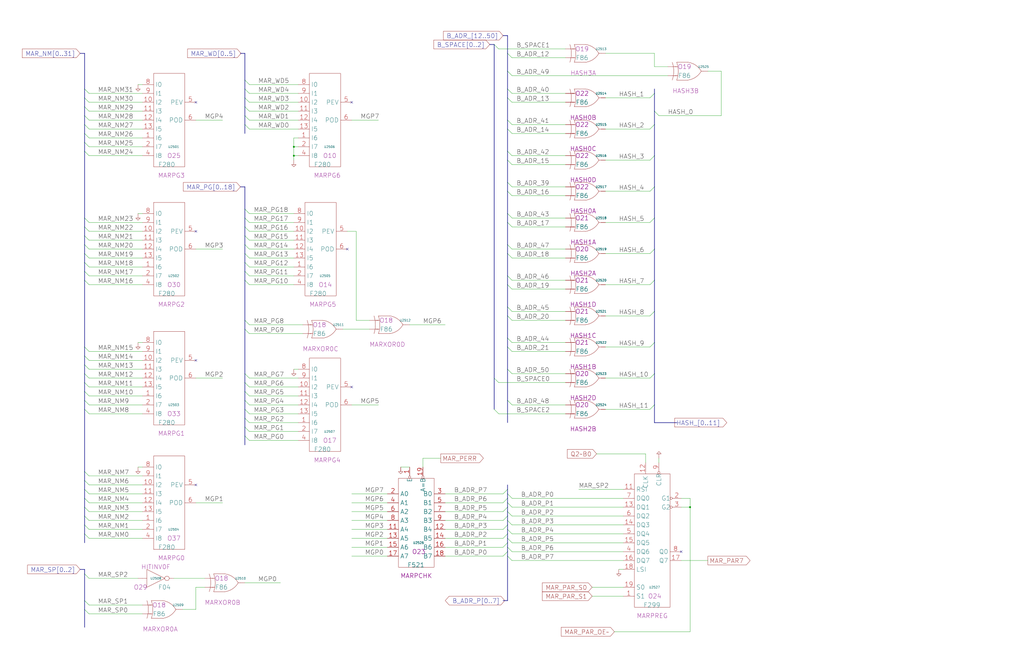
<source format=kicad_sch>
(kicad_sch (version 20250114) (generator "eeschema") (generator_version "9.0")
  (paper "User" 584.2 378.46)
  (title_block (title "ADDRESS\\nPARITY AND HASH") (date "08-MAR-90") (rev "0.0") (comment 1 "MEM32 BOARD") (comment 2 "232-003066") (comment 3 "S400") (comment 4 "RELEASED"))
  (lib_symbols
    (symbol "r1000:F04" (pin_numbers (hide yes)) (pin_names (hide yes))
      (property "Reference" "U" (at 0 0 0))
      (property "Value" "F04" (at 1.27 -5.08 0))
      (property "Location" "___" (at -12.7 -5.08 0))
      (property "Name" "______" (at 0 5.08 0))
      (symbol "F04_0_1"
        (polyline (pts (xy -7.62 0) (xy -5.08 0)) (stroke (width 0.1524)))
        (polyline (pts (xy -5.08 5.08) (xy -5.08 -5.08)) (stroke (width 0.1524)))
        (polyline (pts (xy 5.08 0) (xy -5.08 5.08)) (stroke (width 0.1524)))
        (polyline (pts (xy 5.08 0) (xy -5.08 -5.08)) (stroke (width 0.1524)))
        (circle (center 6.35 0) (radius 1.27) (stroke (width 0.1524)))
      )
      (symbol "F04_1_1"
        (pin input line (at -10.16 0 0) (length 2.54) (name "D0") (number "1"))
        (pin output line (at 10.16 0 180) (length 2.54) (name "Q") (number "2"))
      )
    )
    (symbol "r1000:F280" (pin_names (offset 1.016))
      (property "Reference" "U" (at 2.54 5.08 0))
      (property "Value" "F280" (at -6.35 -5.08 0))
      (property "Location" "___" (at -1.27 0 0))
      (property "Name" "______" (at 1.27 -12.7 0))
      (symbol "F280_1_1"
        (rectangle (start -8.89 46.99) (end 8.89 -6.35))
        (pin input line (at -15.24 40.64 0) (length 6.35) (name "I0") (number "8"))
        (pin input line (at -15.24 35.56 0) (length 6.35) (name "I1") (number "9"))
        (pin input line (at -15.24 30.48 0) (length 6.35) (name "I2") (number "10"))
        (pin input line (at -15.24 25.4 0) (length 6.35) (name "I3") (number "11"))
        (pin input line (at -15.24 20.32 0) (length 6.35) (name "I4") (number "12"))
        (pin input line (at -15.24 15.24 0) (length 6.35) (name "I5") (number "13"))
        (pin input line (at -15.24 10.16 0) (length 6.35) (name "I6") (number "1"))
        (pin input line (at -15.24 5.08 0) (length 6.35) (name "I7") (number "2"))
        (pin input line (at -15.24 0 0) (length 6.35) (name "I8") (number "4"))
        (pin output line (at 15.24 30.48 180) (length 6.35) (name "PEV") (number "5"))
        (pin output line (at 15.24 20.32 180) (length 6.35) (name "POD") (number "6"))
      )
    )
    (symbol "r1000:F299" (pin_names (offset 1.016))
      (property "Reference" "U" (at 2.54 5.08 0))
      (property "Value" "F299" (at -3.81 -5.08 0))
      (property "Location" "___" (at -1.27 0 0))
      (property "Name" "______" (at 1.27 -12.7 0))
      (symbol "F299_1_1"
        (rectangle (start -8.89 69.85) (end 11.43 -6.35))
        (circle (center 5.08 70.485) (radius 0.635))
        (circle (center 12.065 55.88) (radius 0.635))
        (circle (center 12.065 50.8) (radius 0.635))
        (pin input line (at -15.24 60.96 0) (length 6.35) (name "RSI") (number "11"))
        (pin bidirectional line (at -15.24 55.88 0) (length 6.35) (name "DQ0") (number "7"))
        (pin bidirectional line (at -15.24 50.8 0) (length 6.35) (name "DQ1") (number "13"))
        (pin bidirectional line (at -15.24 45.72 0) (length 6.35) (name "DQ2") (number "6"))
        (pin bidirectional line (at -15.24 40.64 0) (length 6.35) (name "DQ3") (number "14"))
        (pin bidirectional line (at -15.24 35.56 0) (length 6.35) (name "DQ4") (number "5"))
        (pin bidirectional line (at -15.24 30.48 0) (length 6.35) (name "DQ5") (number "15"))
        (pin bidirectional line (at -15.24 25.4 0) (length 6.35) (name "DQ6") (number "4"))
        (pin bidirectional line (at -15.24 20.32 0) (length 6.35) (name "DQ7") (number "16"))
        (pin input line (at -15.24 15.24 0) (length 6.35) (name "LSI") (number "18"))
        (pin input line (at -15.24 5.08 0) (length 6.35) (name "S0") (number "19"))
        (pin input line (at -15.24 0 0) (length 6.35) (name "S1") (number "1"))
        (pin input line (at -2.54 76.2 270) (length 6.35) (name "CLK") (number "12"))
        (pin input line (at 5.08 76.2 270) (length 5.08) (name "CLR") (number "9"))
        (pin input line (at 17.78 55.88 180) (length 5.08) (name "G1") (number "2"))
        (pin input line (at 17.78 50.8 180) (length 5.08) (name "G2") (number "3"))
        (pin output line (at 17.78 25.4 180) (length 6.35) (name "Q0") (number "8"))
        (pin output line (at 17.78 20.32 180) (length 6.35) (name "Q7") (number "17"))
      )
    )
    (symbol "r1000:F521" (pin_names (offset 1.016))
      (property "Reference" "U" (at 2.54 5.08 0))
      (property "Value" "F521" (at -3.81 -7.62 0))
      (property "Location" "___" (at -1.27 0 0))
      (property "Name" "______" (at 1.27 -15.24 0))
      (symbol "F521_1_1"
        (rectangle (start -8.89 41.91) (end 11.43 -8.89))
        (circle (center -2.54 42.545) (radius 0.635))
        (circle (center 5.08 42.545) (radius 0.635))
        (pin input line (at -15.24 33.02 0) (length 6.35) (name "A0") (number "2"))
        (pin input line (at -15.24 27.94 0) (length 6.35) (name "A1") (number "4"))
        (pin input line (at -15.24 22.86 0) (length 6.35) (name "A2") (number "6"))
        (pin input line (at -15.24 17.78 0) (length 6.35) (name "A3") (number "8"))
        (pin input line (at -15.24 12.7 0) (length 6.35) (name "A4") (number "11"))
        (pin input line (at -15.24 7.62 0) (length 6.35) (name "A5") (number "13"))
        (pin input line (at -15.24 2.54 0) (length 6.35) (name "A6") (number "15"))
        (pin input line (at -15.24 -2.54 0) (length 6.35) (name "A7") (number "17"))
        (pin input line (at -2.54 48.26 270) (length 5.08) (name "E") (number "1"))
        (pin output line (at 5.08 48.26 270) (length 5.08) (name "A=B") (number "19"))
        (pin input line (at 17.78 33.02 180) (length 6.35) (name "B0") (number "3"))
        (pin input line (at 17.78 27.94 180) (length 6.35) (name "B1") (number "5"))
        (pin input line (at 17.78 22.86 180) (length 6.35) (name "B2") (number "7"))
        (pin input line (at 17.78 17.78 180) (length 6.35) (name "B3") (number "9"))
        (pin input line (at 17.78 12.7 180) (length 6.35) (name "B4") (number "12"))
        (pin input line (at 17.78 7.62 180) (length 6.35) (name "B5") (number "14"))
        (pin input line (at 17.78 2.54 180) (length 6.35) (name "B6") (number "16"))
        (pin input line (at 17.78 -2.54 180) (length 6.35) (name "B7") (number "18"))
      )
    )
    (symbol "r1000:F86" (pin_numbers (hide yes)) (pin_names (hide yes))
      (property "Reference" "U" (at 12.7 2.54 0))
      (property "Value" "F86" (at 1.905 -2.54 0))
      (property "Location" "___" (at 1.905 2.54 0))
      (property "Name" "______" (at 2.54 -12.7 0))
      (symbol "F86_0_0"
        (arc (start -5.0873 5.08) (mid -4.2626 0) (end -5.0873 -5.08) (stroke (width 0.1524)))
        (arc (start -2.5473 5.08) (mid -1.7226 0) (end -2.5473 -5.08) (stroke (width 0.1524)))
        (polyline (pts (xy -2.54 5.08) (xy 3.81 5.08)) (stroke (width 0.1524)))
        (polyline (pts (xy -2.54 -5.08) (xy 3.81 -5.08)) (stroke (width 0.1524)))
        (arc (start 11.43 0) (mid 8.2204 -3.4407) (end 3.81 -5.08) (stroke (width 0.1524)))
        (arc (start 3.81 5.08) (mid 8.2217 3.4425) (end 11.43 0) (stroke (width 0.1524)))
      )
      (symbol "F86_0_1"
        (polyline (pts (xy -3.81 2.54) (xy -1.905 2.54)) (stroke (width 0.1524)))
        (polyline (pts (xy -3.81 -2.54) (xy -1.905 -2.54)) (stroke (width 0.1524)))
        (polyline (pts (xy 12.7 0) (xy 11.43 0)) (stroke (width 0.1524)))
      )
      (symbol "F86_1_1"
        (pin input line (at -7.62 2.54 0) (length 5.08) (name "D0") (number "1"))
        (pin input line (at -7.62 -2.54 0) (length 5.08) (name "D1") (number "2"))
        (pin output line (at 15.24 0 180) (length 2.54) (name "Q") (number "3"))
      )
    )
    (symbol "r1000:PD" (power) (pin_numbers (hide yes)) (pin_names (hide yes)) (in_bom no)
      (symbol "PD_0_1"
        (polyline (pts (xy 0 -2.54) (xy 1.27 -2.54) (xy 0 -3.81) (xy -1.27 -2.54) (xy 0 -2.54)) (stroke (width 0.1524)))
      )
      (symbol "PD_1_1"
        (pin power_in line (at 0 0 270) (length 2.54) (name "PD") (number "1"))
      )
    )
    (symbol "r1000:PU" (power) (pin_numbers (hide yes)) (pin_names (hide yes))
      (symbol "PU_0_1"
        (polyline (pts (xy 0 2.54) (xy -1.27 2.54) (xy 0 3.81) (xy 1.27 2.54) (xy 0 2.54)) (stroke (width 0.1524)))
      )
      (symbol "PU_1_1"
        (pin power_in line (at 0 0 90) (length 2.54) (name "PU") (number "1"))
      )
    )
  )
  (junction (at 167.64 88.9))
  (junction (at 167.64 83.82))
  (junction (at 393.7 289.56))
  (no_connect (at 198.12 142.24))
  (no_connect (at 388.62 314.96))
  (no_connect (at 111.76 132.08))
  (no_connect (at 111.76 276.86))
  (no_connect (at 200.66 58.42))
  (no_connect (at 200.66 220.98))
  (no_connect (at 111.76 205.74))
  (no_connect (at 111.76 58.42))
  (bus_entry (at 373.38 63.5) (size 2.54 2.54))
  (bus_entry (at 48.26 50.8) (size 2.54 2.54))
  (bus_entry (at 48.26 279.4) (size 2.54 2.54))
  (bus_entry (at 289.56 198.12) (size 2.54 2.54))
  (bus_entry (at 373.38 177.8) (size -2.54 2.54))
  (bus_entry (at 289.56 68.58) (size 2.54 2.54))
  (bus_entry (at 289.56 294.64) (size -2.54 2.54))
  (bus_entry (at 48.26 228.6) (size 2.54 2.54))
  (bus_entry (at 289.56 55.88) (size 2.54 2.54))
  (bus_entry (at 139.7 124.46) (size 2.54 2.54))
  (bus_entry (at 289.56 162.56) (size 2.54 2.54))
  (bus_entry (at 289.56 292.1) (size 2.54 2.54))
  (bus_entry (at 139.7 248.92) (size 2.54 2.54))
  (bus_entry (at 289.56 50.8) (size 2.54 2.54))
  (bus_entry (at 289.56 193.04) (size 2.54 2.54))
  (bus_entry (at 48.26 274.32) (size 2.54 2.54))
  (bus_entry (at 289.56 312.42) (size 2.54 2.54))
  (bus_entry (at 48.26 347.98) (size 2.54 2.54))
  (bus_entry (at 139.7 129.54) (size 2.54 2.54))
  (bus_entry (at 48.26 213.36) (size 2.54 2.54))
  (bus_entry (at 289.56 317.5) (size 2.54 2.54))
  (bus_entry (at 289.56 86.36) (size 2.54 2.54))
  (bus_entry (at 48.26 327.66) (size 2.54 2.54))
  (bus_entry (at 48.26 139.7) (size 2.54 2.54))
  (bus_entry (at 289.56 180.34) (size 2.54 2.54))
  (bus_entry (at 139.7 182.88) (size 2.54 2.54))
  (bus_entry (at 289.56 139.7) (size 2.54 2.54))
  (bus_entry (at 289.56 157.48) (size 2.54 2.54))
  (bus_entry (at 48.26 198.12) (size 2.54 2.54))
  (bus_entry (at 139.7 154.94) (size 2.54 2.54))
  (bus_entry (at 48.26 66.04) (size 2.54 2.54))
  (bus_entry (at 373.38 142.24) (size -2.54 2.54))
  (bus_entry (at 48.26 124.46) (size 2.54 2.54))
  (bus_entry (at 289.56 279.4) (size -2.54 2.54))
  (bus_entry (at 48.26 218.44) (size 2.54 2.54))
  (bus_entry (at 139.7 238.76) (size 2.54 2.54))
  (bus_entry (at 139.7 144.78) (size 2.54 2.54))
  (bus_entry (at 289.56 307.34) (size 2.54 2.54))
  (bus_entry (at 48.26 144.78) (size 2.54 2.54))
  (bus_entry (at 139.7 50.8) (size 2.54 2.54))
  (bus_entry (at 139.7 134.62) (size 2.54 2.54))
  (bus_entry (at 48.26 342.9) (size 2.54 2.54))
  (bus_entry (at 139.7 66.04) (size 2.54 2.54))
  (bus_entry (at 48.26 294.64) (size 2.54 2.54))
  (bus_entry (at 281.94 25.4) (size 2.54 2.54))
  (bus_entry (at 373.38 124.46) (size -2.54 2.54))
  (bus_entry (at 139.7 187.96) (size 2.54 2.54))
  (bus_entry (at 139.7 243.84) (size 2.54 2.54))
  (bus_entry (at 289.56 91.44) (size 2.54 2.54))
  (bus_entry (at 289.56 309.88) (size -2.54 2.54))
  (bus_entry (at 289.56 284.48) (size -2.54 2.54))
  (bus_entry (at 281.94 215.9) (size 2.54 2.54))
  (bus_entry (at 48.26 289.56) (size 2.54 2.54))
  (bus_entry (at 139.7 160.02) (size 2.54 2.54))
  (bus_entry (at 139.7 60.96) (size 2.54 2.54))
  (bus_entry (at 48.26 60.96) (size 2.54 2.54))
  (bus_entry (at 139.7 228.6) (size 2.54 2.54))
  (bus_entry (at 139.7 149.86) (size 2.54 2.54))
  (bus_entry (at 373.38 231.14) (size -2.54 2.54))
  (bus_entry (at 289.56 210.82) (size 2.54 2.54))
  (bus_entry (at 48.26 203.2) (size 2.54 2.54))
  (bus_entry (at 373.38 53.34) (size -2.54 2.54))
  (bus_entry (at 48.26 304.8) (size 2.54 2.54))
  (bus_entry (at 48.26 269.24) (size 2.54 2.54))
  (bus_entry (at 289.56 73.66) (size 2.54 2.54))
  (bus_entry (at 139.7 139.7) (size 2.54 2.54))
  (bus_entry (at 289.56 281.94) (size 2.54 2.54))
  (bus_entry (at 139.7 45.72) (size 2.54 2.54))
  (bus_entry (at 48.26 71.12) (size 2.54 2.54))
  (bus_entry (at 48.26 76.2) (size 2.54 2.54))
  (bus_entry (at 48.26 154.94) (size 2.54 2.54))
  (bus_entry (at 289.56 30.48) (size 2.54 2.54))
  (bus_entry (at 48.26 223.52) (size 2.54 2.54))
  (bus_entry (at 139.7 218.44) (size 2.54 2.54))
  (bus_entry (at 48.26 208.28) (size 2.54 2.54))
  (bus_entry (at 373.38 88.9) (size -2.54 2.54))
  (bus_entry (at 139.7 233.68) (size 2.54 2.54))
  (bus_entry (at 139.7 71.12) (size 2.54 2.54))
  (bus_entry (at 48.26 160.02) (size 2.54 2.54))
  (bus_entry (at 289.56 144.78) (size 2.54 2.54))
  (bus_entry (at 48.26 134.62) (size 2.54 2.54))
  (bus_entry (at 48.26 129.54) (size 2.54 2.54))
  (bus_entry (at 48.26 86.36) (size 2.54 2.54))
  (bus_entry (at 139.7 55.88) (size 2.54 2.54))
  (bus_entry (at 289.56 304.8) (size -2.54 2.54))
  (bus_entry (at 48.26 55.88) (size 2.54 2.54))
  (bus_entry (at 289.56 299.72) (size -2.54 2.54))
  (bus_entry (at 139.7 213.36) (size 2.54 2.54))
  (bus_entry (at 289.56 127) (size 2.54 2.54))
  (bus_entry (at 289.56 314.96) (size -2.54 2.54))
  (bus_entry (at 139.7 223.52) (size 2.54 2.54))
  (bus_entry (at 289.56 40.64) (size 2.54 2.54))
  (bus_entry (at 48.26 81.28) (size 2.54 2.54))
  (bus_entry (at 48.26 299.72) (size 2.54 2.54))
  (bus_entry (at 373.38 160.02) (size -2.54 2.54))
  (bus_entry (at 48.26 284.48) (size 2.54 2.54))
  (bus_entry (at 373.38 106.68) (size -2.54 2.54))
  (bus_entry (at 281.94 233.68) (size 2.54 2.54))
  (bus_entry (at 289.56 302.26) (size 2.54 2.54))
  (bus_entry (at 289.56 109.22) (size 2.54 2.54))
  (bus_entry (at 139.7 119.38) (size 2.54 2.54))
  (bus_entry (at 373.38 213.36) (size -2.54 2.54))
  (bus_entry (at 373.38 195.58) (size -2.54 2.54))
  (bus_entry (at 373.38 71.12) (size -2.54 2.54))
  (bus_entry (at 289.56 228.6) (size 2.54 2.54))
  (bus_entry (at 289.56 121.92) (size 2.54 2.54))
  (bus_entry (at 289.56 104.14) (size 2.54 2.54))
  (bus_entry (at 289.56 289.56) (size -2.54 2.54))
  (bus_entry (at 289.56 297.18) (size 2.54 2.54))
  (bus_entry (at 48.26 149.86) (size 2.54 2.54))
  (bus_entry (at 48.26 233.68) (size 2.54 2.54))
  (bus_entry (at 289.56 175.26) (size 2.54 2.54))
  (bus_entry (at 289.56 287.02) (size 2.54 2.54))
  (bus (pts (xy 289.56 175.26) (xy 289.56 180.34)))
  (wire (pts (xy 111.76 347.98) (xy 111.76 335.28)))
  (wire (pts (xy 50.8 302.26) (xy 81.28 302.26)))
  (wire (pts (xy 200.66 68.58) (xy 215.9 68.58)))
  (wire (pts (xy 284.48 218.44) (xy 322.58 218.44)))
  (wire (pts (xy 375.92 261.62) (xy 375.92 264.16)))
  (wire (pts (xy 228.6 266.7) (xy 233.68 266.7)))
  (wire (pts (xy 373.38 30.48) (xy 373.38 38.1)))
  (wire (pts (xy 50.8 127) (xy 81.28 127)))
  (bus (pts (xy 48.26 228.6) (xy 48.26 233.68)))
  (wire (pts (xy 375.92 66.04) (xy 411.48 66.04)))
  (wire (pts (xy 254 317.5) (xy 287.02 317.5)))
  (bus (pts (xy 48.26 129.54) (xy 48.26 134.62)))
  (wire (pts (xy 345.44 198.12) (xy 370.84 198.12)))
  (bus (pts (xy 139.7 124.46) (xy 139.7 129.54)))
  (bus (pts (xy 48.26 218.44) (xy 48.26 223.52)))
  (bus (pts (xy 373.38 88.9) (xy 373.38 106.68)))
  (wire (pts (xy 50.8 205.74) (xy 81.28 205.74)))
  (bus (pts (xy 373.38 231.14) (xy 373.38 241.3)))
  (wire (pts (xy 254 292.1) (xy 287.02 292.1)))
  (wire (pts (xy 200.66 297.18) (xy 220.98 297.18)))
  (bus (pts (xy 289.56 317.5) (xy 289.56 342.9)))
  (wire (pts (xy 345.44 109.22) (xy 370.84 109.22)))
  (wire (pts (xy 50.8 63.5) (xy 81.28 63.5)))
  (bus (pts (xy 48.26 325.12) (xy 48.26 327.66)))
  (wire (pts (xy 142.24 53.34) (xy 170.18 53.34)))
  (wire (pts (xy 50.8 53.34) (xy 81.28 53.34)))
  (bus (pts (xy 289.56 180.34) (xy 289.56 193.04)))
  (bus (pts (xy 139.7 45.72) (xy 139.7 50.8)))
  (wire (pts (xy 254 281.94) (xy 287.02 281.94)))
  (bus (pts (xy 139.7 149.86) (xy 139.7 154.94)))
  (wire (pts (xy 203.2 132.08) (xy 203.2 182.88)))
  (bus (pts (xy 287.02 20.32) (xy 289.56 20.32)))
  (bus (pts (xy 139.7 144.78) (xy 139.7 149.86)))
  (bus (pts (xy 48.26 203.2) (xy 48.26 208.28)))
  (bus (pts (xy 289.56 228.6) (xy 289.56 241.3)))
  (wire (pts (xy 50.8 142.24) (xy 81.28 142.24)))
  (bus (pts (xy 287.02 342.9) (xy 289.56 342.9)))
  (wire (pts (xy 292.1 76.2) (xy 322.58 76.2)))
  (wire (pts (xy 142.24 132.08) (xy 167.64 132.08)))
  (wire (pts (xy 104.14 347.98) (xy 111.76 347.98)))
  (wire (pts (xy 368.3 259.08) (xy 368.3 264.16)))
  (bus (pts (xy 373.38 50.8) (xy 373.38 53.34)))
  (bus (pts (xy 289.56 210.82) (xy 289.56 228.6)))
  (bus (pts (xy 48.26 154.94) (xy 48.26 160.02)))
  (bus (pts (xy 279.4 25.4) (xy 281.94 25.4)))
  (wire (pts (xy 142.24 127) (xy 167.64 127)))
  (wire (pts (xy 195.58 187.96) (xy 210.82 187.96)))
  (wire (pts (xy 142.24 226.06) (xy 170.18 226.06)))
  (wire (pts (xy 167.64 88.9) (xy 170.18 88.9)))
  (bus (pts (xy 139.7 71.12) (xy 139.7 76.2)))
  (wire (pts (xy 292.1 195.58) (xy 322.58 195.58)))
  (bus (pts (xy 289.56 139.7) (xy 289.56 144.78)))
  (bus (pts (xy 137.16 106.68) (xy 139.7 106.68)))
  (wire (pts (xy 78.74 266.7) (xy 81.28 266.7)))
  (wire (pts (xy 142.24 220.98) (xy 170.18 220.98)))
  (bus (pts (xy 373.38 213.36) (xy 373.38 231.14)))
  (wire (pts (xy 254 307.34) (xy 287.02 307.34)))
  (wire (pts (xy 292.1 231.14) (xy 322.58 231.14)))
  (wire (pts (xy 111.76 215.9) (xy 127 215.9)))
  (bus (pts (xy 289.56 198.12) (xy 289.56 210.82)))
  (bus (pts (xy 373.38 160.02) (xy 373.38 177.8)))
  (wire (pts (xy 292.1 314.96) (xy 355.6 314.96)))
  (bus (pts (xy 139.7 248.92) (xy 139.7 254)))
  (wire (pts (xy 50.8 292.1) (xy 81.28 292.1)))
  (wire (pts (xy 111.76 68.58) (xy 127 68.58)))
  (bus (pts (xy 139.7 60.96) (xy 139.7 66.04)))
  (wire (pts (xy 292.1 93.98) (xy 322.58 93.98)))
  (bus (pts (xy 48.26 304.8) (xy 48.26 309.88)))
  (bus (pts (xy 139.7 238.76) (xy 139.7 243.84)))
  (bus (pts (xy 139.7 134.62) (xy 139.7 139.7)))
  (wire (pts (xy 167.64 88.9) (xy 167.64 83.82)))
  (wire (pts (xy 50.8 220.98) (xy 81.28 220.98)))
  (wire (pts (xy 284.48 27.94) (xy 322.58 27.94)))
  (wire (pts (xy 142.24 147.32) (xy 167.64 147.32)))
  (bus (pts (xy 289.56 314.96) (xy 289.56 317.5)))
  (bus (pts (xy 289.56 287.02) (xy 289.56 289.56)))
  (wire (pts (xy 200.66 307.34) (xy 220.98 307.34)))
  (bus (pts (xy 48.26 30.48) (xy 48.26 50.8)))
  (bus (pts (xy 289.56 68.58) (xy 289.56 73.66)))
  (wire (pts (xy 50.8 200.66) (xy 81.28 200.66)))
  (bus (pts (xy 289.56 289.56) (xy 289.56 292.1)))
  (wire (pts (xy 111.76 335.28) (xy 116.84 335.28)))
  (wire (pts (xy 50.8 281.94) (xy 81.28 281.94)))
  (bus (pts (xy 137.16 30.48) (xy 139.7 30.48)))
  (bus (pts (xy 48.26 81.28) (xy 48.26 86.36)))
  (wire (pts (xy 50.8 78.74) (xy 81.28 78.74)))
  (wire (pts (xy 345.44 233.68) (xy 370.84 233.68)))
  (wire (pts (xy 345.44 30.48) (xy 373.38 30.48)))
  (wire (pts (xy 292.1 58.42) (xy 322.58 58.42)))
  (wire (pts (xy 142.24 231.14) (xy 170.18 231.14)))
  (wire (pts (xy 50.8 236.22) (xy 81.28 236.22)))
  (bus (pts (xy 289.56 109.22) (xy 289.56 121.92)))
  (bus (pts (xy 48.26 347.98) (xy 48.26 358.14)))
  (wire (pts (xy 292.1 53.34) (xy 322.58 53.34)))
  (bus (pts (xy 373.38 142.24) (xy 373.38 160.02)))
  (bus (pts (xy 289.56 30.48) (xy 289.56 40.64)))
  (wire (pts (xy 142.24 215.9) (xy 170.18 215.9)))
  (bus (pts (xy 289.56 127) (xy 289.56 139.7)))
  (wire (pts (xy 292.1 111.76) (xy 322.58 111.76)))
  (wire (pts (xy 292.1 294.64) (xy 355.6 294.64)))
  (wire (pts (xy 50.8 162.56) (xy 81.28 162.56)))
  (bus (pts (xy 289.56 104.14) (xy 289.56 109.22)))
  (wire (pts (xy 50.8 345.44) (xy 81.28 345.44)))
  (wire (pts (xy 337.82 335.28) (xy 355.6 335.28)))
  (bus (pts (xy 48.26 342.9) (xy 48.26 347.98)))
  (bus (pts (xy 48.26 233.68) (xy 48.26 269.24)))
  (wire (pts (xy 142.24 190.5) (xy 172.72 190.5)))
  (wire (pts (xy 350.52 360.68) (xy 393.7 360.68)))
  (wire (pts (xy 142.24 251.46) (xy 170.18 251.46)))
  (bus (pts (xy 48.26 55.88) (xy 48.26 60.96)))
  (bus (pts (xy 48.26 139.7) (xy 48.26 144.78)))
  (bus (pts (xy 289.56 294.64) (xy 289.56 297.18)))
  (wire (pts (xy 142.24 236.22) (xy 170.18 236.22)))
  (bus (pts (xy 48.26 223.52) (xy 48.26 228.6)))
  (wire (pts (xy 345.44 127) (xy 370.84 127)))
  (bus (pts (xy 139.7 30.48) (xy 139.7 45.72)))
  (bus (pts (xy 48.26 279.4) (xy 48.26 284.48)))
  (wire (pts (xy 167.64 210.82) (xy 170.18 210.82)))
  (bus (pts (xy 139.7 119.38) (xy 139.7 124.46)))
  (bus (pts (xy 139.7 182.88) (xy 139.7 187.96)))
  (wire (pts (xy 388.62 320.04) (xy 403.86 320.04)))
  (bus (pts (xy 373.38 177.8) (xy 373.38 195.58)))
  (wire (pts (xy 292.1 33.02) (xy 322.58 33.02)))
  (wire (pts (xy 292.1 160.02) (xy 322.58 160.02)))
  (bus (pts (xy 139.7 233.68) (xy 139.7 238.76)))
  (wire (pts (xy 78.74 48.26) (xy 81.28 48.26)))
  (wire (pts (xy 142.24 73.66) (xy 170.18 73.66)))
  (bus (pts (xy 48.26 86.36) (xy 48.26 124.46)))
  (bus (pts (xy 139.7 129.54) (xy 139.7 134.62)))
  (wire (pts (xy 345.44 55.88) (xy 370.84 55.88)))
  (wire (pts (xy 292.1 165.1) (xy 322.58 165.1)))
  (bus (pts (xy 373.38 106.68) (xy 373.38 124.46)))
  (bus (pts (xy 48.26 144.78) (xy 48.26 149.86)))
  (bus (pts (xy 289.56 20.32) (xy 289.56 30.48)))
  (wire (pts (xy 254 302.26) (xy 287.02 302.26)))
  (bus (pts (xy 289.56 309.88) (xy 289.56 312.42)))
  (wire (pts (xy 200.66 292.1) (xy 220.98 292.1)))
  (bus (pts (xy 289.56 121.92) (xy 289.56 127)))
  (wire (pts (xy 50.8 271.78) (xy 81.28 271.78)))
  (bus (pts (xy 48.26 124.46) (xy 48.26 129.54)))
  (wire (pts (xy 292.1 106.68) (xy 322.58 106.68)))
  (bus (pts (xy 139.7 139.7) (xy 139.7 144.78)))
  (wire (pts (xy 345.44 144.78) (xy 370.84 144.78)))
  (wire (pts (xy 142.24 241.3) (xy 170.18 241.3)))
  (wire (pts (xy 411.48 66.04) (xy 411.48 40.64)))
  (wire (pts (xy 167.64 83.82) (xy 170.18 83.82)))
  (bus (pts (xy 289.56 279.4) (xy 289.56 281.94)))
  (wire (pts (xy 142.24 121.92) (xy 167.64 121.92)))
  (wire (pts (xy 292.1 88.9) (xy 322.58 88.9)))
  (wire (pts (xy 142.24 68.58) (xy 170.18 68.58)))
  (bus (pts (xy 48.26 208.28) (xy 48.26 213.36)))
  (bus (pts (xy 289.56 304.8) (xy 289.56 307.34)))
  (wire (pts (xy 50.8 83.82) (xy 81.28 83.82)))
  (wire (pts (xy 167.64 83.82) (xy 167.64 78.74)))
  (bus (pts (xy 373.38 195.58) (xy 373.38 213.36)))
  (wire (pts (xy 393.7 284.48) (xy 388.62 284.48)))
  (bus (pts (xy 373.38 71.12) (xy 373.38 88.9)))
  (wire (pts (xy 50.8 137.16) (xy 81.28 137.16)))
  (bus (pts (xy 289.56 193.04) (xy 289.56 198.12)))
  (bus (pts (xy 48.26 213.36) (xy 48.26 218.44)))
  (bus (pts (xy 289.56 86.36) (xy 289.56 91.44)))
  (wire (pts (xy 292.1 124.46) (xy 322.58 124.46)))
  (bus (pts (xy 139.7 218.44) (xy 139.7 223.52)))
  (wire (pts (xy 50.8 152.4) (xy 81.28 152.4)))
  (wire (pts (xy 200.66 231.14) (xy 215.9 231.14)))
  (wire (pts (xy 139.7 332.74) (xy 160.02 332.74)))
  (wire (pts (xy 241.3 261.62) (xy 241.3 266.7)))
  (wire (pts (xy 292.1 182.88) (xy 322.58 182.88)))
  (wire (pts (xy 254 312.42) (xy 287.02 312.42)))
  (bus (pts (xy 48.26 294.64) (xy 48.26 299.72)))
  (wire (pts (xy 203.2 182.88) (xy 210.82 182.88)))
  (wire (pts (xy 50.8 297.18) (xy 81.28 297.18)))
  (wire (pts (xy 284.48 236.22) (xy 322.58 236.22)))
  (bus (pts (xy 48.26 269.24) (xy 48.26 274.32)))
  (bus (pts (xy 289.56 302.26) (xy 289.56 304.8)))
  (wire (pts (xy 292.1 213.36) (xy 322.58 213.36)))
  (wire (pts (xy 330.2 279.4) (xy 355.6 279.4)))
  (wire (pts (xy 142.24 142.24) (xy 167.64 142.24)))
  (bus (pts (xy 289.56 144.78) (xy 289.56 157.48)))
  (wire (pts (xy 50.8 68.58) (xy 81.28 68.58)))
  (wire (pts (xy 50.8 132.08) (xy 81.28 132.08)))
  (bus (pts (xy 373.38 124.46) (xy 373.38 142.24)))
  (bus (pts (xy 289.56 73.66) (xy 289.56 86.36)))
  (bus (pts (xy 48.26 71.12) (xy 48.26 76.2)))
  (wire (pts (xy 200.66 317.5) (xy 220.98 317.5)))
  (bus (pts (xy 139.7 160.02) (xy 139.7 182.88)))
  (wire (pts (xy 142.24 152.4) (xy 167.64 152.4)))
  (bus (pts (xy 373.38 53.34) (xy 373.38 63.5)))
  (wire (pts (xy 198.12 132.08) (xy 203.2 132.08)))
  (wire (pts (xy 50.8 73.66) (xy 81.28 73.66)))
  (wire (pts (xy 142.24 246.38) (xy 170.18 246.38)))
  (bus (pts (xy 289.56 307.34) (xy 289.56 309.88)))
  (bus (pts (xy 48.26 50.8) (xy 48.26 55.88)))
  (wire (pts (xy 78.74 121.92) (xy 81.28 121.92)))
  (wire (pts (xy 167.64 78.74) (xy 170.18 78.74)))
  (bus (pts (xy 139.7 106.68) (xy 139.7 119.38)))
  (wire (pts (xy 78.74 195.58) (xy 81.28 195.58)))
  (wire (pts (xy 142.24 48.26) (xy 170.18 48.26)))
  (wire (pts (xy 50.8 276.86) (xy 81.28 276.86)))
  (wire (pts (xy 373.38 38.1) (xy 381 38.1)))
  (wire (pts (xy 292.1 289.56) (xy 355.6 289.56)))
  (wire (pts (xy 142.24 137.16) (xy 167.64 137.16)))
  (bus (pts (xy 48.26 299.72) (xy 48.26 304.8)))
  (wire (pts (xy 292.1 177.8) (xy 322.58 177.8)))
  (wire (pts (xy 345.44 91.44) (xy 370.84 91.44)))
  (bus (pts (xy 289.56 91.44) (xy 289.56 104.14)))
  (wire (pts (xy 292.1 309.88) (xy 355.6 309.88)))
  (wire (pts (xy 50.8 350.52) (xy 81.28 350.52)))
  (wire (pts (xy 142.24 162.56) (xy 167.64 162.56)))
  (bus (pts (xy 139.7 55.88) (xy 139.7 60.96)))
  (bus (pts (xy 373.38 241.3) (xy 386.08 241.3)))
  (wire (pts (xy 292.1 142.24) (xy 322.58 142.24)))
  (wire (pts (xy 254 297.18) (xy 287.02 297.18)))
  (bus (pts (xy 48.26 284.48) (xy 48.26 289.56)))
  (bus (pts (xy 48.26 198.12) (xy 48.26 203.2)))
  (wire (pts (xy 50.8 330.2) (xy 78.74 330.2)))
  (wire (pts (xy 200.66 287.02) (xy 220.98 287.02)))
  (wire (pts (xy 292.1 304.8) (xy 355.6 304.8)))
  (wire (pts (xy 254 287.02) (xy 287.02 287.02)))
  (bus (pts (xy 48.26 149.86) (xy 48.26 154.94)))
  (wire (pts (xy 292.1 320.04) (xy 355.6 320.04)))
  (wire (pts (xy 345.44 73.66) (xy 370.84 73.66)))
  (bus (pts (xy 289.56 292.1) (xy 289.56 294.64)))
  (wire (pts (xy 50.8 231.14) (xy 81.28 231.14)))
  (bus (pts (xy 289.56 162.56) (xy 289.56 175.26)))
  (bus (pts (xy 48.26 66.04) (xy 48.26 71.12)))
  (wire (pts (xy 292.1 71.12) (xy 322.58 71.12)))
  (wire (pts (xy 292.1 299.72) (xy 355.6 299.72)))
  (bus (pts (xy 139.7 50.8) (xy 139.7 55.88)))
  (bus (pts (xy 289.56 284.48) (xy 289.56 287.02)))
  (bus (pts (xy 139.7 187.96) (xy 139.7 213.36)))
  (wire (pts (xy 167.64 91.44) (xy 167.64 88.9)))
  (wire (pts (xy 50.8 147.32) (xy 81.28 147.32)))
  (wire (pts (xy 340.36 259.08) (xy 368.3 259.08)))
  (bus (pts (xy 45.72 325.12) (xy 48.26 325.12)))
  (wire (pts (xy 99.06 330.2) (xy 116.84 330.2)))
  (bus (pts (xy 281.94 215.9) (xy 281.94 233.68)))
  (wire (pts (xy 142.24 157.48) (xy 167.64 157.48)))
  (wire (pts (xy 388.62 289.56) (xy 393.7 289.56)))
  (wire (pts (xy 142.24 58.42) (xy 170.18 58.42)))
  (bus (pts (xy 139.7 213.36) (xy 139.7 218.44)))
  (bus (pts (xy 289.56 299.72) (xy 289.56 302.26)))
  (wire (pts (xy 50.8 88.9) (xy 81.28 88.9)))
  (bus (pts (xy 289.56 40.64) (xy 289.56 50.8)))
  (bus (pts (xy 139.7 228.6) (xy 139.7 233.68)))
  (wire (pts (xy 50.8 307.34) (xy 81.28 307.34)))
  (bus (pts (xy 48.26 274.32) (xy 48.26 279.4)))
  (wire (pts (xy 200.66 281.94) (xy 220.98 281.94)))
  (bus (pts (xy 139.7 66.04) (xy 139.7 71.12)))
  (wire (pts (xy 50.8 157.48) (xy 81.28 157.48)))
  (wire (pts (xy 142.24 185.42) (xy 172.72 185.42)))
  (wire (pts (xy 142.24 63.5) (xy 170.18 63.5)))
  (wire (pts (xy 200.66 312.42) (xy 220.98 312.42)))
  (bus (pts (xy 289.56 312.42) (xy 289.56 314.96)))
  (wire (pts (xy 50.8 58.42) (xy 81.28 58.42)))
  (wire (pts (xy 353.06 325.12) (xy 355.6 325.12)))
  (bus (pts (xy 289.56 276.86) (xy 289.56 279.4)))
  (wire (pts (xy 233.68 185.42) (xy 254 185.42)))
  (bus (pts (xy 281.94 25.4) (xy 281.94 215.9)))
  (bus (pts (xy 289.56 55.88) (xy 289.56 68.58)))
  (bus (pts (xy 289.56 297.18) (xy 289.56 299.72)))
  (wire (pts (xy 50.8 215.9) (xy 81.28 215.9)))
  (wire (pts (xy 393.7 289.56) (xy 393.7 284.48)))
  (wire (pts (xy 251.46 261.62) (xy 241.3 261.62)))
  (bus (pts (xy 48.26 134.62) (xy 48.26 139.7)))
  (wire (pts (xy 50.8 210.82) (xy 81.28 210.82)))
  (bus (pts (xy 139.7 154.94) (xy 139.7 160.02)))
  (bus (pts (xy 289.56 50.8) (xy 289.56 55.88)))
  (bus (pts (xy 289.56 281.94) (xy 289.56 284.48)))
  (wire (pts (xy 50.8 287.02) (xy 81.28 287.02)))
  (wire (pts (xy 292.1 147.32) (xy 322.58 147.32)))
  (bus (pts (xy 45.72 30.48) (xy 48.26 30.48)))
  (bus (pts (xy 48.26 289.56) (xy 48.26 294.64)))
  (wire (pts (xy 200.66 302.26) (xy 220.98 302.26)))
  (wire (pts (xy 345.44 180.34) (xy 370.84 180.34)))
  (bus (pts (xy 48.26 160.02) (xy 48.26 198.12)))
  (wire (pts (xy 111.76 142.24) (xy 127 142.24)))
  (wire (pts (xy 345.44 162.56) (xy 370.84 162.56)))
  (wire (pts (xy 292.1 129.54) (xy 322.58 129.54)))
  (wire (pts (xy 337.82 340.36) (xy 355.6 340.36)))
  (wire (pts (xy 393.7 360.68) (xy 393.7 289.56)))
  (wire (pts (xy 292.1 43.18) (xy 381 43.18)))
  (wire (pts (xy 292.1 284.48) (xy 355.6 284.48)))
  (bus (pts (xy 48.26 327.66) (xy 48.26 342.9)))
  (bus (pts (xy 48.26 60.96) (xy 48.26 66.04)))
  (wire (pts (xy 111.76 287.02) (xy 127 287.02)))
  (bus (pts (xy 48.26 76.2) (xy 48.26 81.28)))
  (wire (pts (xy 345.44 215.9) (xy 370.84 215.9)))
  (bus (pts (xy 289.56 157.48) (xy 289.56 162.56)))
  (bus (pts (xy 139.7 243.84) (xy 139.7 248.92)))
  (bus (pts (xy 373.38 63.5) (xy 373.38 71.12)))
  (wire (pts (xy 292.1 200.66) (xy 322.58 200.66)))
  (wire (pts (xy 411.48 40.64) (xy 403.86 40.64)))
  (bus (pts (xy 139.7 223.52) (xy 139.7 228.6)))
  (wire (pts (xy 50.8 226.06) (xy 81.28 226.06)))
  (label "MAR_NM17" (at 55.88 157.48 0) (effects (font (size 2.54 2.54))))
  (label "B_ADR_P4" (at 297.18 304.8 0) (effects (font (size 2.54 2.54))))
  (label "B_ADR_44" (at 294.64 195.58 0) (effects (font (size 2.54 2.54))))
  (label "MAR_NM24" (at 55.88 88.9 0) (effects (font (size 2.54 2.54))))
  (label "B_ADR_13" (at 294.64 58.42 0) (effects (font (size 2.54 2.54))))
  (label "HASH_7" (at 353.06 162.56 0) (effects (font (size 2.54 2.54))))
  (label "B_ADR_P0" (at 297.18 284.48 0) (effects (font (size 2.54 2.54))))
  (label "MAR_NM8" (at 55.88 236.22 0) (effects (font (size 2.54 2.54))))
  (label "MAR_NM14" (at 55.88 205.74 0) (effects (font (size 2.54 2.54))))
  (label "MAR_NM22" (at 55.88 132.08 0) (effects (font (size 2.54 2.54))))
  (label "B_ADR_42" (at 294.64 88.9 0) (effects (font (size 2.54 2.54))))
  (label "B_ADR_17" (at 294.64 129.54 0) (effects (font (size 2.54 2.54))))
  (label "MAR_PG9" (at 144.78 190.5 0) (effects (font (size 2.54 2.54))))
  (label "MAR_PG15" (at 144.78 137.16 0) (effects (font (size 2.54 2.54))))
  (label "MAR_NM27" (at 55.88 73.66 0) (effects (font (size 2.54 2.54))))
  (label "MGP1" (at 208.28 312.42 0) (effects (font (size 2.54 2.54))))
  (label "MAR_NM30" (at 55.88 58.42 0) (effects (font (size 2.54 2.54))))
  (label "MAR_NM2" (at 55.88 297.18 0) (effects (font (size 2.54 2.54))))
  (label "MAR_PG12" (at 144.78 152.4 0) (effects (font (size 2.54 2.54))))
  (label "B_SPACE0" (at 294.64 218.44 0) (effects (font (size 2.54 2.54))))
  (label "MAR_NM31" (at 55.88 53.34 0) (effects (font (size 2.54 2.54))))
  (label "MAR_NM28" (at 55.88 68.58 0) (effects (font (size 2.54 2.54))))
  (label "MAR_NM19" (at 55.88 147.32 0) (effects (font (size 2.54 2.54))))
  (label "MAR_NM20" (at 55.88 142.24 0) (effects (font (size 2.54 2.54))))
  (label "B_ADR_12" (at 294.64 33.02 0) (effects (font (size 2.54 2.54))))
  (label "MAR_NM13" (at 55.88 210.82 0) (effects (font (size 2.54 2.54))))
  (label "MAR_PG2" (at 144.78 241.3 0) (effects (font (size 2.54 2.54))))
  (label "MGP1" (at 116.84 287.02 0) (effects (font (size 2.54 2.54))))
  (label "HASH_3" (at 353.06 91.44 0) (effects (font (size 2.54 2.54))))
  (label "HASH_1" (at 353.06 55.88 0) (effects (font (size 2.54 2.54))))
  (label "B_ADR_P3" (at 297.18 299.72 0) (effects (font (size 2.54 2.54))))
  (label "B_ADR_47" (at 294.64 142.24 0) (effects (font (size 2.54 2.54))))
  (label "MGP5" (at 205.74 231.14 0) (effects (font (size 2.54 2.54))))
  (label "MAR_PG13" (at 144.78 147.32 0) (effects (font (size 2.54 2.54))))
  (label "MAR_PG7" (at 144.78 215.9 0) (effects (font (size 2.54 2.54))))
  (label "HASH_11" (at 353.06 233.68 0) (effects (font (size 2.54 2.54))))
  (label "B_ADR_15" (at 294.64 93.98 0) (effects (font (size 2.54 2.54))))
  (label "MGP2" (at 116.84 215.9 0) (effects (font (size 2.54 2.54))))
  (label "B_ADR_P7" (at 297.18 320.04 0) (effects (font (size 2.54 2.54))))
  (label "HASH_4" (at 353.06 109.22 0) (effects (font (size 2.54 2.54))))
  (label "MGP5" (at 208.28 292.1 0) (effects (font (size 2.54 2.54))))
  (label "MAR_NM0" (at 55.88 307.34 0) (effects (font (size 2.54 2.54))))
  (label "MAR_PG14" (at 144.78 142.24 0) (effects (font (size 2.54 2.54))))
  (label "HASH_8" (at 353.06 180.34 0) (effects (font (size 2.54 2.54))))
  (label "B_ADR_P5" (at 259.08 292.1 0) (effects (font (size 2.54 2.54))))
  (label "MAR_PG0" (at 144.78 251.46 0) (effects (font (size 2.54 2.54))))
  (label "MAR_NM25" (at 55.88 83.82 0) (effects (font (size 2.54 2.54))))
  (label "MAR_NM10" (at 55.88 226.06 0) (effects (font (size 2.54 2.54))))
  (label "B_ADR_46" (at 294.64 160.02 0) (effects (font (size 2.54 2.54))))
  (label "MGP3" (at 116.84 142.24 0) (effects (font (size 2.54 2.54))))
  (label "HASH_5" (at 353.06 127 0) (effects (font (size 2.54 2.54))))
  (label "MAR_SP1" (at 55.88 345.44 0) (effects (font (size 2.54 2.54))))
  (label "MAR_NM18" (at 55.88 152.4 0) (effects (font (size 2.54 2.54))))
  (label "MAR_SP0" (at 55.88 350.52 0) (effects (font (size 2.54 2.54))))
  (label "B_ADR_P3" (at 259.08 302.26 0) (effects (font (size 2.54 2.54))))
  (label "HASH_6" (at 353.06 144.78 0) (effects (font (size 2.54 2.54))))
  (label "MAR_PG11" (at 144.78 157.48 0) (effects (font (size 2.54 2.54))))
  (label "B_ADR_41" (at 294.64 71.12 0) (effects (font (size 2.54 2.54))))
  (label "MAR_PG5" (at 144.78 226.06 0) (effects (font (size 2.54 2.54))))
  (label "MAR_WD5" (at 147.32 48.26 0) (effects (font (size 2.54 2.54))))
  (label "MAR_PG18" (at 144.78 121.92 0) (effects (font (size 2.54 2.54))))
  (label "B_ADR_50" (at 294.64 213.36 0) (effects (font (size 2.54 2.54))))
  (label "B_ADR_14" (at 294.64 76.2 0) (effects (font (size 2.54 2.54))))
  (label "MAR_NM4" (at 55.88 287.02 0) (effects (font (size 2.54 2.54))))
  (label "B_ADR_20" (at 294.64 182.88 0) (effects (font (size 2.54 2.54))))
  (label "MGP7" (at 208.28 281.94 0) (effects (font (size 2.54 2.54))))
  (label "MGP6" (at 241.3 185.42 0) (effects (font (size 2.54 2.54))))
  (label "B_ADR_18" (at 294.64 147.32 0) (effects (font (size 2.54 2.54))))
  (label "HASH_10" (at 353.06 215.9 0) (effects (font (size 2.54 2.54))))
  (label "MGP7" (at 205.74 68.58 0) (effects (font (size 2.54 2.54))))
  (label "MAR_NM11" (at 55.88 220.98 0) (effects (font (size 2.54 2.54))))
  (label "MAR_NM6" (at 55.88 276.86 0) (effects (font (size 2.54 2.54))))
  (label "MAR_NM7" (at 55.88 271.78 0) (effects (font (size 2.54 2.54))))
  (label "B_ADR_P6" (at 297.18 314.96 0) (effects (font (size 2.54 2.54))))
  (label "MAR_NM16" (at 55.88 162.56 0) (effects (font (size 2.54 2.54))))
  (label "B_ADR_P0" (at 259.08 317.5 0) (effects (font (size 2.54 2.54))))
  (label "MAR_PG3" (at 144.78 236.22 0) (effects (font (size 2.54 2.54))))
  (label "MAR_PG16" (at 144.78 132.08 0) (effects (font (size 2.54 2.54))))
  (label "MAR_WD3" (at 147.32 58.42 0) (effects (font (size 2.54 2.54))))
  (label "MAR_SP2" (at 55.88 330.2 0) (effects (font (size 2.54 2.54))))
  (label "B_ADR_P7" (at 259.08 281.94 0) (effects (font (size 2.54 2.54))))
  (label "MAR_NM21" (at 55.88 137.16 0) (effects (font (size 2.54 2.54))))
  (label "MAR_NM23" (at 55.88 127 0) (effects (font (size 2.54 2.54))))
  (label "B_ADR_43" (at 294.64 124.46 0) (effects (font (size 2.54 2.54))))
  (label "B_SPACE2" (at 294.64 236.22 0) (effects (font (size 2.54 2.54))))
  (label "MAR_NM3" (at 55.88 292.1 0) (effects (font (size 2.54 2.54))))
  (label "MAR_WD4" (at 147.32 53.34 0) (effects (font (size 2.54 2.54))))
  (label "HASH_9" (at 353.06 198.12 0) (effects (font (size 2.54 2.54))))
  (label "MAR_WD1" (at 147.32 68.58 0) (effects (font (size 2.54 2.54))))
  (label "B_ADR_P6" (at 259.08 287.02 0) (effects (font (size 2.54 2.54))))
  (label "B_ADR_P1" (at 297.18 289.56 0) (effects (font (size 2.54 2.54))))
  (label "MGP3" (at 208.28 302.26 0) (effects (font (size 2.54 2.54))))
  (label "MAR_WD2" (at 147.32 63.5 0) (effects (font (size 2.54 2.54))))
  (label "MAR_PG8" (at 144.78 185.42 0) (effects (font (size 2.54 2.54))))
  (label "MAR_PG4" (at 144.78 231.14 0) (effects (font (size 2.54 2.54))))
  (label "B_ADR_P2" (at 297.18 294.64 0) (effects (font (size 2.54 2.54))))
  (label "MGP0" (at 147.32 332.74 0) (effects (font (size 2.54 2.54))))
  (label "B_ADR_21" (at 294.64 200.66 0) (effects (font (size 2.54 2.54))))
  (label "MAR_PG6" (at 144.78 220.98 0) (effects (font (size 2.54 2.54))))
  (label "B_ADR_P1" (at 259.08 312.42 0) (effects (font (size 2.54 2.54))))
  (label "MAR_NM12" (at 55.88 215.9 0) (effects (font (size 2.54 2.54))))
  (label "MAR_NM26" (at 55.88 78.74 0) (effects (font (size 2.54 2.54))))
  (label "MGP4" (at 116.84 68.58 0) (effects (font (size 2.54 2.54))))
  (label "B_ADR_49" (at 294.64 43.18 0) (effects (font (size 2.54 2.54))))
  (label "B_SPACE1" (at 294.64 27.94 0) (effects (font (size 2.54 2.54))))
  (label "MAR_NM5" (at 55.88 281.94 0) (effects (font (size 2.54 2.54))))
  (label "MGP2" (at 208.28 307.34 0) (effects (font (size 2.54 2.54))))
  (label "MGP0" (at 208.28 317.5 0) (effects (font (size 2.54 2.54))))
  (label "MAR_WD0" (at 147.32 73.66 0) (effects (font (size 2.54 2.54))))
  (label "MGP6" (at 208.28 287.02 0) (effects (font (size 2.54 2.54))))
  (label "B_ADR_P5" (at 297.18 309.88 0) (effects (font (size 2.54 2.54))))
  (label "HASH_0" (at 381 66.04 0) (effects (font (size 2.54 2.54))))
  (label "B_ADR_45" (at 294.64 177.8 0) (effects (font (size 2.54 2.54))))
  (label "MGP4" (at 208.28 297.18 0) (effects (font (size 2.54 2.54))))
  (label "MAR_PG1" (at 144.78 246.38 0) (effects (font (size 2.54 2.54))))
  (label "B_ADR_16" (at 294.64 111.76 0) (effects (font (size 2.54 2.54))))
  (label "B_ADR_P4" (at 259.08 297.18 0) (effects (font (size 2.54 2.54))))
  (label "B_ADR_48" (at 294.64 231.14 0) (effects (font (size 2.54 2.54))))
  (label "MAR_SP2" (at 330.2 279.4 0) (effects (font (size 2.54 2.54))))
  (label "MAR_NM1" (at 55.88 302.26 0) (effects (font (size 2.54 2.54))))
  (label "B_ADR_19" (at 294.64 165.1 0) (effects (font (size 2.54 2.54))))
  (label "MAR_PG17" (at 144.78 127 0) (effects (font (size 2.54 2.54))))
  (label "MAR_NM15" (at 55.88 200.66 0) (effects (font (size 2.54 2.54))))
  (label "B_ADR_P2" (at 259.08 307.34 0) (effects (font (size 2.54 2.54))))
  (label "MAR_NM9" (at 55.88 231.14 0) (effects (font (size 2.54 2.54))))
  (label "MAR_NM29" (at 55.88 63.5 0) (effects (font (size 2.54 2.54))))
  (label "B_ADR_40" (at 294.64 53.34 0) (effects (font (size 2.54 2.54))))
  (label "MAR_PG10" (at 144.78 162.56 0) (effects (font (size 2.54 2.54))))
  (label "HASH_2" (at 353.06 73.66 0) (effects (font (size 2.54 2.54))))
  (label "B_ADR_39" (at 294.64 106.68 0) (effects (font (size 2.54 2.54))))
  (global_label "MAR_PG[0..18]" (shape input) (at 137.16 106.68 180) (effects (font (size 2.54 2.54))) (property "Intersheetrefs" "${INTERSHEET_REFS}" (at 104.6359 106.5213 0) (effects (font (size 1.905 1.905)) (justify right))))
  (global_label "MAR_SP[0..2]" (shape input) (at 45.72 325.12 180) (effects (font (size 2.54 2.54))) (property "Intersheetrefs" "${INTERSHEET_REFS}" (at 15.7359 324.9613 0) (effects (font (size 1.905 1.905)) (justify right))))
  (global_label "HASH_[0..11]" (shape output) (at 384.8553 241.3 0) (effects (font (size 2.54 2.54))) (property "Intersheetrefs" "${INTERSHEET_REFS}" (at 414.5975 241.1413 0) (effects (font (size 1.905 1.905)) (justify left))))
  (global_label "MAR_PAR7" (shape output) (at 403.86 320.04 0) (effects (font (size 2.54 2.54))) (property "Intersheetrefs" "${INTERSHEET_REFS}" (at 427.9174 319.8813 0) (effects (font (size 1.905 1.905)) (justify left))))
  (global_label "MAR_NM[0..31]" (shape input) (at 45.72 30.48 180) (effects (font (size 2.54 2.54))) (property "Intersheetrefs" "${INTERSHEET_REFS}" (at 12.7121 30.3213 0) (effects (font (size 1.905 1.905)) (justify right))))
  (global_label "MAR_PERR" (shape output) (at 251.46 261.62 0) (effects (font (size 2.54 2.54))) (property "Intersheetrefs" "${INTERSHEET_REFS}" (at 275.7593 261.4613 0) (effects (font (size 1.905 1.905)) (justify left))))
  (global_label "MAR_PAR_OE~" (shape input) (at 350.52 360.68 180) (effects (font (size 2.54 2.54))) (property "Intersheetrefs" "${INTERSHEET_REFS}" (at 320.173 360.5213 0) (effects (font (size 1.905 1.905)) (justify right))))
  (global_label "Q2~B0" (shape input) (at 340.36 259.08 180) (effects (font (size 2.54 2.54))) (property "Intersheetrefs" "${INTERSHEET_REFS}" (at 323.6807 258.9213 0) (effects (font (size 1.905 1.905)) (justify right))))
  (global_label "MAR_PAR_S0" (shape input) (at 337.82 335.28 180) (effects (font (size 2.54 2.54))) (property "Intersheetrefs" "${INTERSHEET_REFS}" (at 309.4083 335.1213 0) (effects (font (size 1.905 1.905)) (justify right))))
  (global_label "MAR_WD[0..5]" (shape input) (at 137.5038 30.48 180) (effects (font (size 2.54 2.54))) (property "Intersheetrefs" "${INTERSHEET_REFS}" (at 107.0359 30.3213 0) (effects (font (size 1.905 1.905)) (justify right))))
  (global_label "B_ADR_P[0..7]" (shape bidirectional) (at 287.9814 342.9 180) (effects (font (size 2.54 2.54))) (property "Intersheetrefs" "${INTERSHEET_REFS}" (at 256.304 342.7413 0) (effects (font (size 1.905 1.905)) (justify right))))
  (global_label "MAR_PAR_S1" (shape input) (at 337.82 340.36 180) (effects (font (size 2.54 2.54))) (property "Intersheetrefs" "${INTERSHEET_REFS}" (at 309.4083 340.2013 0) (effects (font (size 1.905 1.905)) (justify right))))
  (global_label "B_SPACE[0..2]" (shape input) (at 279.4 25.4 180) (effects (font (size 2.54 2.54))) (property "Intersheetrefs" "${INTERSHEET_REFS}" (at 247.4807 25.2413 0) (effects (font (size 1.905 1.905)) (justify right))))
  (global_label "B_ADR_[12..50]" (shape input) (at 287.02 20.32 180) (effects (font (size 2.54 2.54))) (property "Intersheetrefs" "${INTERSHEET_REFS}" (at 253.0445 20.1613 0) (effects (font (size 1.905 1.905)) (justify right))))
  (symbol (lib_id "r1000:F521") (at 236.22 314.96 0) (unit 1)
    (property "Reference" "U2526" (at 238.76 309.88 0))
    (property "Value" "F521" (at 232.41 322.58 0) (effects (font (size 2.54 2.54)) (justify left)))
    (property "Location" "O23" (at 234.95 314.96 0) (effects (font (size 2.54 2.54)) (justify left)))
    (property "Name" "MARPCHK" (at 237.49 330.2 0) (effects (font (size 2.54 2.54)) (justify bottom)))
  )
  (symbol (lib_id "r1000:F280") (at 96.52 162.56 0) (unit 1)
    (property "Reference" "U2502" (at 99.06 157.48 0))
    (property "Value" "F280" (at 90.17 167.64 0) (effects (font (size 2.54 2.54)) (justify left)))
    (property "Location" "O30" (at 95.25 162.56 0) (effects (font (size 2.54 2.54)) (justify left)))
    (property "Name" "MARPG2" (at 97.79 175.26 0) (effects (font (size 2.54 2.54)) (justify bottom)))
  )
  (symbol (lib_id "r1000:F86") (at 330.2 162.56 0) (unit 1)
    (property "Reference" "U2520" (at 342.9 160.02 0))
    (property "Value" "F86" (at 332.105 165.1 0) (effects (font (size 2.54 2.54))))
    (property "Location" "O21" (at 332.105 160.02 0) (effects (font (size 2.54 2.54))))
    (property "Name" "HASH1D" (at 332.74 175.26 0) (effects (font (size 2.54 2.54)) (justify bottom)))
  )
  (symbol (lib_id "r1000:PD") (at 78.74 266.7 0) (unit 1) (in_bom no)
    (property "Reference" "#PWR02504" (effects (hide yes)))
    (property "Value" "PD" (effects (hide yes)))
  )
  (symbol (lib_id "r1000:F86") (at 218.44 185.42 0) (unit 1)
    (property "Reference" "U2512" (at 231.14 182.88 0))
    (property "Value" "F86" (at 220.345 187.96 0) (effects (font (size 2.54 2.54))))
    (property "Location" "O18" (at 220.345 182.88 0) (effects (font (size 2.54 2.54))))
    (property "Name" "MARXOR0D" (at 220.98 198.12 0) (effects (font (size 2.54 2.54)) (justify bottom)))
  )
  (symbol (lib_id "r1000:F280") (at 185.42 251.46 0) (unit 1)
    (property "Reference" "U2507" (at 187.96 246.38 0))
    (property "Value" "F280" (at 179.07 256.54 0) (effects (font (size 2.54 2.54)) (justify left)))
    (property "Location" "O17" (at 184.15 251.46 0) (effects (font (size 2.54 2.54)) (justify left)))
    (property "Name" "MARPG4" (at 186.69 264.16 0) (effects (font (size 2.54 2.54)) (justify bottom)))
  )
  (symbol (lib_id "r1000:F86") (at 124.46 332.74 0) (unit 1)
    (property "Reference" "U2510" (at 137.16 330.2 0))
    (property "Value" "F86" (at 126.365 335.28 0) (effects (font (size 2.54 2.54))))
    (property "Location" "O18" (at 126.365 330.2 0) (effects (font (size 2.54 2.54))))
    (property "Name" "MARXOR0B" (at 127 345.44 0) (effects (font (size 2.54 2.54)) (justify bottom)))
  )
  (symbol (lib_id "r1000:F280") (at 96.52 307.34 0) (unit 1)
    (property "Reference" "U2504" (at 99.06 302.26 0))
    (property "Value" "F280" (at 90.17 312.42 0) (effects (font (size 2.54 2.54)) (justify left)))
    (property "Location" "O37" (at 95.25 307.34 0) (effects (font (size 2.54 2.54)) (justify left)))
    (property "Name" "MARPG0" (at 97.79 320.04 0) (effects (font (size 2.54 2.54)) (justify bottom)))
  )
  (symbol (lib_id "r1000:F86") (at 330.2 180.34 0) (unit 1)
    (property "Reference" "U2521" (at 342.9 177.8 0))
    (property "Value" "F86" (at 332.105 182.88 0) (effects (font (size 2.54 2.54))))
    (property "Location" "O21" (at 332.105 177.8 0) (effects (font (size 2.54 2.54))))
    (property "Name" "HASH1C" (at 332.74 193.04 0) (effects (font (size 2.54 2.54)) (justify bottom)))
  )
  (symbol (lib_id "r1000:F86") (at 388.62 40.64 0) (unit 1)
    (property "Reference" "U2525" (at 401.32 38.1 0))
    (property "Value" "F86" (at 390.525 43.18 0) (effects (font (size 2.54 2.54))))
    (property "Location" "O19" (at 390.525 38.1 0) (effects (font (size 2.54 2.54))))
    (property "Name" "HASH3B" (at 391.16 53.34 0) (effects (font (size 2.54 2.54)) (justify bottom)))
  )
  (symbol (lib_id "r1000:F86") (at 330.2 91.44 0) (unit 1)
    (property "Reference" "U2516" (at 342.9 88.9 0))
    (property "Value" "F86" (at 332.105 93.98 0) (effects (font (size 2.54 2.54))))
    (property "Location" "O22" (at 332.105 88.9 0) (effects (font (size 2.54 2.54))))
    (property "Name" "HASH0D" (at 332.74 104.14 0) (effects (font (size 2.54 2.54)) (justify bottom)))
  )
  (symbol (lib_id "r1000:PD") (at 167.64 210.82 0) (unit 1) (in_bom no)
    (property "Reference" "#PWR02507" (effects (hide yes)))
    (property "Value" "PD" (effects (hide yes)))
  )
  (symbol (lib_id "r1000:PD") (at 167.64 91.44 0) (unit 1) (in_bom no)
    (property "Reference" "#PWR02505" (effects (hide yes)))
    (property "Value" "PD" (effects (hide yes)))
  )
  (symbol (lib_id "r1000:PD") (at 228.6 266.7 0) (unit 1) (in_bom no)
    (property "Reference" "#PWR02506" (effects (hide yes)))
    (property "Value" "PD" (effects (hide yes)))
  )
  (symbol (lib_id "r1000:F280") (at 182.88 162.56 0) (unit 1)
    (property "Reference" "U2505" (at 185.42 157.48 0))
    (property "Value" "F280" (at 176.53 167.64 0) (effects (font (size 2.54 2.54)) (justify left)))
    (property "Location" "O14" (at 181.61 162.56 0) (effects (font (size 2.54 2.54)) (justify left)))
    (property "Name" "MARPG5" (at 184.15 175.26 0) (effects (font (size 2.54 2.54)) (justify bottom)))
  )
  (symbol (lib_id "r1000:PD") (at 78.74 195.58 0) (unit 1) (in_bom no)
    (property "Reference" "#PWR02503" (effects (hide yes)))
    (property "Value" "PD" (effects (hide yes)))
  )
  (symbol (lib_id "r1000:F86") (at 330.2 109.22 0) (unit 1)
    (property "Reference" "U2517" (at 342.9 106.68 0))
    (property "Value" "F86" (at 332.105 111.76 0) (effects (font (size 2.54 2.54))))
    (property "Location" "O22" (at 332.105 106.68 0) (effects (font (size 2.54 2.54))))
    (property "Name" "HASH0A" (at 332.74 121.92 0) (effects (font (size 2.54 2.54)) (justify bottom)))
  )
  (symbol (lib_id "r1000:F86") (at 330.2 233.68 0) (unit 1)
    (property "Reference" "U2524" (at 342.9 231.14 0))
    (property "Value" "F86" (at 332.105 236.22 0) (effects (font (size 2.54 2.54))))
    (property "Location" "O20" (at 332.105 231.14 0) (effects (font (size 2.54 2.54))))
    (property "Name" "HASH2B" (at 332.74 246.38 0) (effects (font (size 2.54 2.54)) (justify bottom)))
  )
  (symbol (lib_id "r1000:F86") (at 330.2 144.78 0) (unit 1)
    (property "Reference" "U2519" (at 342.9 142.24 0))
    (property "Value" "F86" (at 332.105 147.32 0) (effects (font (size 2.54 2.54))))
    (property "Location" "O20" (at 332.105 142.24 0) (effects (font (size 2.54 2.54))))
    (property "Name" "HASH2A" (at 332.74 157.48 0) (effects (font (size 2.54 2.54)) (justify bottom)))
  )
  (symbol (lib_id "r1000:PD") (at 353.06 325.12 0) (unit 1) (in_bom no)
    (property "Reference" "#PWR0109" (effects (hide yes)))
    (property "Value" "PD" (effects (hide yes)))
  )
  (symbol (lib_id "r1000:F299") (at 370.84 340.36 0) (unit 1)
    (property "Reference" "U2527" (at 373.38 335.28 0))
    (property "Value" "F299" (at 367.03 345.44 0) (effects (font (size 2.54 2.54)) (justify left)))
    (property "Location" "O24" (at 369.57 340.36 0) (effects (font (size 2.54 2.54)) (justify left)))
    (property "Name" "MARPREG" (at 372.11 353.06 0) (effects (font (size 2.54 2.54)) (justify bottom)))
  )
  (symbol (lib_id "r1000:F86") (at 330.2 30.48 0) (unit 1)
    (property "Reference" "U2513" (at 342.9 27.94 0))
    (property "Value" "F86" (at 332.105 33.02 0) (effects (font (size 2.54 2.54))))
    (property "Location" "O19" (at 332.105 27.94 0) (effects (font (size 2.54 2.54))))
    (property "Name" "HASH3A" (at 332.74 43.18 0) (effects (font (size 2.54 2.54)) (justify bottom)))
  )
  (symbol (lib_id "r1000:F04") (at 88.9 330.2 0) (unit 1)
    (property "Reference" "U2508" (at 88.9 330.2 0))
    (property "Value" "F04" (at 90.17 335.28 0) (effects (font (size 2.54 2.54)) (justify left)))
    (property "Location" "O29" (at 76.2 335.28 0) (effects (font (size 2.54 2.54)) (justify left)))
    (property "Name" "HITINV0F" (at 88.9 325.12 0) (effects (font (size 2.54 2.54)) (justify bottom)))
  )
  (symbol (lib_id "r1000:F86") (at 330.2 198.12 0) (unit 1)
    (property "Reference" "U2522" (at 342.9 195.58 0))
    (property "Value" "F86" (at 332.105 200.66 0) (effects (font (size 2.54 2.54))))
    (property "Location" "O21" (at 332.105 195.58 0) (effects (font (size 2.54 2.54))))
    (property "Name" "HASH1B" (at 332.74 210.82 0) (effects (font (size 2.54 2.54)) (justify bottom)))
  )
  (symbol (lib_id "r1000:F86") (at 330.2 215.9 0) (unit 1)
    (property "Reference" "U2523" (at 342.9 213.36 0))
    (property "Value" "F86" (at 332.105 218.44 0) (effects (font (size 2.54 2.54))))
    (property "Location" "O20" (at 332.105 213.36 0) (effects (font (size 2.54 2.54))))
    (property "Name" "HASH2D" (at 332.74 228.6 0) (effects (font (size 2.54 2.54)) (justify bottom)))
  )
  (symbol (lib_id "r1000:PD") (at 78.74 121.92 0) (unit 1) (in_bom no)
    (property "Reference" "#PWR02502" (effects (hide yes)))
    (property "Value" "PD" (effects (hide yes)))
  )
  (symbol (lib_id "r1000:F86") (at 330.2 73.66 0) (unit 1)
    (property "Reference" "U2515" (at 342.9 71.12 0))
    (property "Value" "F86" (at 332.105 76.2 0) (effects (font (size 2.54 2.54))))
    (property "Location" "O22" (at 332.105 71.12 0) (effects (font (size 2.54 2.54))))
    (property "Name" "HASH0C" (at 332.74 86.36 0) (effects (font (size 2.54 2.54)) (justify bottom)))
  )
  (symbol (lib_id "r1000:F86") (at 330.2 55.88 0) (unit 1)
    (property "Reference" "U2514" (at 342.9 53.34 0))
    (property "Value" "F86" (at 332.105 58.42 0) (effects (font (size 2.54 2.54))))
    (property "Location" "O22" (at 332.105 53.34 0) (effects (font (size 2.54 2.54))))
    (property "Name" "HASH0B" (at 332.74 68.58 0) (effects (font (size 2.54 2.54)) (justify bottom)))
  )
  (symbol (lib_id "r1000:F86") (at 88.9 347.98 0) (unit 1)
    (property "Reference" "U2509" (at 101.6 345.44 0))
    (property "Value" "F86" (at 90.805 350.52 0) (effects (font (size 2.54 2.54))))
    (property "Location" "O18" (at 90.805 345.44 0) (effects (font (size 2.54 2.54))))
    (property "Name" "MARXOR0A" (at 91.44 360.68 0) (effects (font (size 2.54 2.54)) (justify bottom)))
  )
  (symbol (lib_id "r1000:PD") (at 78.74 48.26 0) (unit 1) (in_bom no)
    (property "Reference" "#PWR02501" (effects (hide yes)))
    (property "Value" "PD" (effects (hide yes)))
  )
  (symbol (lib_id "r1000:F280") (at 96.52 236.22 0) (unit 1)
    (property "Reference" "U2503" (at 99.06 231.14 0))
    (property "Value" "F280" (at 90.17 241.3 0) (effects (font (size 2.54 2.54)) (justify left)))
    (property "Location" "O33" (at 95.25 236.22 0) (effects (font (size 2.54 2.54)) (justify left)))
    (property "Name" "MARPG1" (at 97.79 248.92 0) (effects (font (size 2.54 2.54)) (justify bottom)))
  )
  (symbol (lib_id "r1000:F86") (at 330.2 127 0) (unit 1)
    (property "Reference" "U2518" (at 342.9 124.46 0))
    (property "Value" "F86" (at 332.105 129.54 0) (effects (font (size 2.54 2.54))))
    (property "Location" "O21" (at 332.105 124.46 0) (effects (font (size 2.54 2.54))))
    (property "Name" "HASH1A" (at 332.74 139.7 0) (effects (font (size 2.54 2.54)) (justify bottom)))
  )
  (symbol (lib_id "r1000:PU") (at 375.92 261.62 0) (unit 1)
    (property "Reference" "#PWR0108" (effects (hide yes)))
    (property "Value" "PU" (effects (hide yes)))
  )
  (symbol (lib_id "r1000:F280") (at 185.42 88.9 0) (unit 1)
    (property "Reference" "U2506" (at 187.96 83.82 0))
    (property "Value" "F280" (at 179.07 93.98 0) (effects (font (size 2.54 2.54)) (justify left)))
    (property "Location" "O10" (at 184.15 88.9 0) (effects (font (size 2.54 2.54)) (justify left)))
    (property "Name" "MARPG6" (at 186.69 101.6 0) (effects (font (size 2.54 2.54)) (justify bottom)))
  )
  (symbol (lib_id "r1000:F86") (at 180.34 187.96 0) (unit 1)
    (property "Reference" "U2511" (at 193.04 185.42 0))
    (property "Value" "F86" (at 182.245 190.5 0) (effects (font (size 2.54 2.54))))
    (property "Location" "O18" (at 182.245 185.42 0) (effects (font (size 2.54 2.54))))
    (property "Name" "MARXOR0C" (at 182.88 200.66 0) (effects (font (size 2.54 2.54)) (justify bottom)))
  )
  (symbol (lib_id "r1000:F280") (at 96.52 88.9 0) (unit 1)
    (property "Reference" "U2501" (at 99.06 83.82 0))
    (property "Value" "F280" (at 90.17 93.98 0) (effects (font (size 2.54 2.54)) (justify left)))
    (property "Location" "O25" (at 95.25 88.9 0) (effects (font (size 2.54 2.54)) (justify left)))
    (property "Name" "MARPG3" (at 97.79 101.6 0) (effects (font (size 2.54 2.54)) (justify bottom)))
  )
)
</source>
